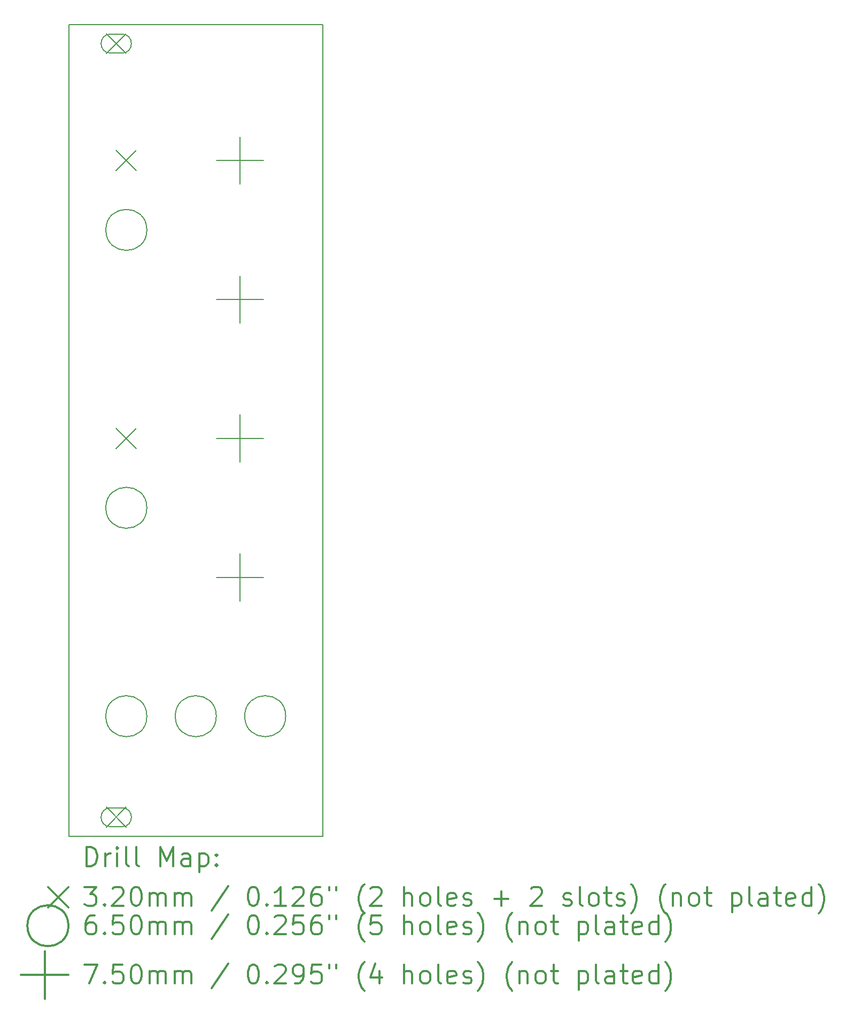
<source format=gbr>
%FSLAX45Y45*%
G04 Gerber Fmt 4.5, Leading zero omitted, Abs format (unit mm)*
G04 Created by KiCad (PCBNEW (5.0.0-rc2)) date Wed Jul  8 18:30:52 2020*
%MOMM*%
%LPD*%
G01*
G04 APERTURE LIST*
%ADD10C,0.150000*%
%ADD11C,0.200000*%
%ADD12C,0.300000*%
G04 APERTURE END LIST*
D10*
X0Y12850000D02*
X0Y0D01*
X4020000Y12850000D02*
X0Y12850000D01*
X4020000Y0D02*
X4020000Y12850000D01*
X0Y0D02*
X4020000Y0D01*
D11*
X750000Y6460000D02*
X1070000Y6140000D01*
X1070000Y6460000D02*
X750000Y6140000D01*
X750000Y10860000D02*
X1070000Y10540000D01*
X1070000Y10860000D02*
X750000Y10540000D01*
X590000Y12710000D02*
X910000Y12390000D01*
X910000Y12710000D02*
X590000Y12390000D01*
X660000Y12400000D02*
X840000Y12400000D01*
X660000Y12700000D02*
X840000Y12700000D01*
X840000Y12400000D02*
G75*
G03X840000Y12700000I0J150000D01*
G01*
X660000Y12700000D02*
G75*
G03X660000Y12400000I0J-150000D01*
G01*
X590000Y460000D02*
X910000Y140000D01*
X910000Y460000D02*
X590000Y140000D01*
X660000Y150000D02*
X840000Y150000D01*
X660000Y450000D02*
X840000Y450000D01*
X840000Y150000D02*
G75*
G03X840000Y450000I0J150000D01*
G01*
X660000Y450000D02*
G75*
G03X660000Y150000I0J-150000D01*
G01*
X1235000Y5200000D02*
G75*
G03X1235000Y5200000I-325000J0D01*
G01*
X1235000Y9600000D02*
G75*
G03X1235000Y9600000I-325000J0D01*
G01*
X2335000Y1900000D02*
G75*
G03X2335000Y1900000I-325000J0D01*
G01*
X1235000Y1900000D02*
G75*
G03X1235000Y1900000I-325000J0D01*
G01*
X3435000Y1900000D02*
G75*
G03X3435000Y1900000I-325000J0D01*
G01*
X2710000Y6675000D02*
X2710000Y5925000D01*
X2335000Y6300000D02*
X3085000Y6300000D01*
X2710000Y4475000D02*
X2710000Y3725000D01*
X2335000Y4100000D02*
X3085000Y4100000D01*
X2710000Y8875000D02*
X2710000Y8125000D01*
X2335000Y8500000D02*
X3085000Y8500000D01*
X2710000Y11075000D02*
X2710000Y10325000D01*
X2335000Y10700000D02*
X3085000Y10700000D01*
D12*
X278928Y-473214D02*
X278928Y-173214D01*
X350357Y-173214D01*
X393214Y-187500D01*
X421786Y-216071D01*
X436071Y-244643D01*
X450357Y-301786D01*
X450357Y-344643D01*
X436071Y-401786D01*
X421786Y-430357D01*
X393214Y-458929D01*
X350357Y-473214D01*
X278928Y-473214D01*
X578928Y-473214D02*
X578928Y-273214D01*
X578928Y-330357D02*
X593214Y-301786D01*
X607500Y-287500D01*
X636071Y-273214D01*
X664643Y-273214D01*
X764643Y-473214D02*
X764643Y-273214D01*
X764643Y-173214D02*
X750357Y-187500D01*
X764643Y-201786D01*
X778928Y-187500D01*
X764643Y-173214D01*
X764643Y-201786D01*
X950357Y-473214D02*
X921786Y-458929D01*
X907500Y-430357D01*
X907500Y-173214D01*
X1107500Y-473214D02*
X1078928Y-458929D01*
X1064643Y-430357D01*
X1064643Y-173214D01*
X1450357Y-473214D02*
X1450357Y-173214D01*
X1550357Y-387500D01*
X1650357Y-173214D01*
X1650357Y-473214D01*
X1921786Y-473214D02*
X1921786Y-316072D01*
X1907500Y-287500D01*
X1878928Y-273214D01*
X1821786Y-273214D01*
X1793214Y-287500D01*
X1921786Y-458929D02*
X1893214Y-473214D01*
X1821786Y-473214D01*
X1793214Y-458929D01*
X1778928Y-430357D01*
X1778928Y-401786D01*
X1793214Y-373214D01*
X1821786Y-358929D01*
X1893214Y-358929D01*
X1921786Y-344643D01*
X2064643Y-273214D02*
X2064643Y-573214D01*
X2064643Y-287500D02*
X2093214Y-273214D01*
X2150357Y-273214D01*
X2178928Y-287500D01*
X2193214Y-301786D01*
X2207500Y-330357D01*
X2207500Y-416071D01*
X2193214Y-444643D01*
X2178928Y-458929D01*
X2150357Y-473214D01*
X2093214Y-473214D01*
X2064643Y-458929D01*
X2336071Y-444643D02*
X2350357Y-458929D01*
X2336071Y-473214D01*
X2321786Y-458929D01*
X2336071Y-444643D01*
X2336071Y-473214D01*
X2336071Y-287500D02*
X2350357Y-301786D01*
X2336071Y-316072D01*
X2321786Y-301786D01*
X2336071Y-287500D01*
X2336071Y-316072D01*
X-327500Y-807500D02*
X-7500Y-1127500D01*
X-7500Y-807500D02*
X-327500Y-1127500D01*
X250357Y-803214D02*
X436071Y-803214D01*
X336071Y-917500D01*
X378928Y-917500D01*
X407500Y-931786D01*
X421786Y-946071D01*
X436071Y-974643D01*
X436071Y-1046071D01*
X421786Y-1074643D01*
X407500Y-1088929D01*
X378928Y-1103214D01*
X293214Y-1103214D01*
X264643Y-1088929D01*
X250357Y-1074643D01*
X564643Y-1074643D02*
X578928Y-1088929D01*
X564643Y-1103214D01*
X550357Y-1088929D01*
X564643Y-1074643D01*
X564643Y-1103214D01*
X693214Y-831786D02*
X707500Y-817500D01*
X736071Y-803214D01*
X807500Y-803214D01*
X836071Y-817500D01*
X850357Y-831786D01*
X864643Y-860357D01*
X864643Y-888929D01*
X850357Y-931786D01*
X678928Y-1103214D01*
X864643Y-1103214D01*
X1050357Y-803214D02*
X1078928Y-803214D01*
X1107500Y-817500D01*
X1121786Y-831786D01*
X1136071Y-860357D01*
X1150357Y-917500D01*
X1150357Y-988929D01*
X1136071Y-1046071D01*
X1121786Y-1074643D01*
X1107500Y-1088929D01*
X1078928Y-1103214D01*
X1050357Y-1103214D01*
X1021786Y-1088929D01*
X1007500Y-1074643D01*
X993214Y-1046071D01*
X978928Y-988929D01*
X978928Y-917500D01*
X993214Y-860357D01*
X1007500Y-831786D01*
X1021786Y-817500D01*
X1050357Y-803214D01*
X1278928Y-1103214D02*
X1278928Y-903214D01*
X1278928Y-931786D02*
X1293214Y-917500D01*
X1321786Y-903214D01*
X1364643Y-903214D01*
X1393214Y-917500D01*
X1407500Y-946071D01*
X1407500Y-1103214D01*
X1407500Y-946071D02*
X1421786Y-917500D01*
X1450357Y-903214D01*
X1493214Y-903214D01*
X1521786Y-917500D01*
X1536071Y-946071D01*
X1536071Y-1103214D01*
X1678928Y-1103214D02*
X1678928Y-903214D01*
X1678928Y-931786D02*
X1693214Y-917500D01*
X1721786Y-903214D01*
X1764643Y-903214D01*
X1793214Y-917500D01*
X1807500Y-946071D01*
X1807500Y-1103214D01*
X1807500Y-946071D02*
X1821786Y-917500D01*
X1850357Y-903214D01*
X1893214Y-903214D01*
X1921786Y-917500D01*
X1936071Y-946071D01*
X1936071Y-1103214D01*
X2521786Y-788929D02*
X2264643Y-1174643D01*
X2907500Y-803214D02*
X2936071Y-803214D01*
X2964643Y-817500D01*
X2978928Y-831786D01*
X2993214Y-860357D01*
X3007500Y-917500D01*
X3007500Y-988929D01*
X2993214Y-1046071D01*
X2978928Y-1074643D01*
X2964643Y-1088929D01*
X2936071Y-1103214D01*
X2907500Y-1103214D01*
X2878928Y-1088929D01*
X2864643Y-1074643D01*
X2850357Y-1046071D01*
X2836071Y-988929D01*
X2836071Y-917500D01*
X2850357Y-860357D01*
X2864643Y-831786D01*
X2878928Y-817500D01*
X2907500Y-803214D01*
X3136071Y-1074643D02*
X3150357Y-1088929D01*
X3136071Y-1103214D01*
X3121786Y-1088929D01*
X3136071Y-1074643D01*
X3136071Y-1103214D01*
X3436071Y-1103214D02*
X3264643Y-1103214D01*
X3350357Y-1103214D02*
X3350357Y-803214D01*
X3321786Y-846071D01*
X3293214Y-874643D01*
X3264643Y-888929D01*
X3550357Y-831786D02*
X3564643Y-817500D01*
X3593214Y-803214D01*
X3664643Y-803214D01*
X3693214Y-817500D01*
X3707500Y-831786D01*
X3721786Y-860357D01*
X3721786Y-888929D01*
X3707500Y-931786D01*
X3536071Y-1103214D01*
X3721786Y-1103214D01*
X3978928Y-803214D02*
X3921786Y-803214D01*
X3893214Y-817500D01*
X3878928Y-831786D01*
X3850357Y-874643D01*
X3836071Y-931786D01*
X3836071Y-1046071D01*
X3850357Y-1074643D01*
X3864643Y-1088929D01*
X3893214Y-1103214D01*
X3950357Y-1103214D01*
X3978928Y-1088929D01*
X3993214Y-1074643D01*
X4007500Y-1046071D01*
X4007500Y-974643D01*
X3993214Y-946071D01*
X3978928Y-931786D01*
X3950357Y-917500D01*
X3893214Y-917500D01*
X3864643Y-931786D01*
X3850357Y-946071D01*
X3836071Y-974643D01*
X4121786Y-803214D02*
X4121786Y-860357D01*
X4236071Y-803214D02*
X4236071Y-860357D01*
X4678928Y-1217500D02*
X4664643Y-1203214D01*
X4636071Y-1160357D01*
X4621786Y-1131786D01*
X4607500Y-1088929D01*
X4593214Y-1017500D01*
X4593214Y-960357D01*
X4607500Y-888929D01*
X4621786Y-846071D01*
X4636071Y-817500D01*
X4664643Y-774643D01*
X4678928Y-760357D01*
X4778928Y-831786D02*
X4793214Y-817500D01*
X4821786Y-803214D01*
X4893214Y-803214D01*
X4921786Y-817500D01*
X4936071Y-831786D01*
X4950357Y-860357D01*
X4950357Y-888929D01*
X4936071Y-931786D01*
X4764643Y-1103214D01*
X4950357Y-1103214D01*
X5307500Y-1103214D02*
X5307500Y-803214D01*
X5436071Y-1103214D02*
X5436071Y-946071D01*
X5421786Y-917500D01*
X5393214Y-903214D01*
X5350357Y-903214D01*
X5321786Y-917500D01*
X5307500Y-931786D01*
X5621786Y-1103214D02*
X5593214Y-1088929D01*
X5578928Y-1074643D01*
X5564643Y-1046071D01*
X5564643Y-960357D01*
X5578928Y-931786D01*
X5593214Y-917500D01*
X5621786Y-903214D01*
X5664643Y-903214D01*
X5693214Y-917500D01*
X5707500Y-931786D01*
X5721786Y-960357D01*
X5721786Y-1046071D01*
X5707500Y-1074643D01*
X5693214Y-1088929D01*
X5664643Y-1103214D01*
X5621786Y-1103214D01*
X5893214Y-1103214D02*
X5864643Y-1088929D01*
X5850357Y-1060357D01*
X5850357Y-803214D01*
X6121786Y-1088929D02*
X6093214Y-1103214D01*
X6036071Y-1103214D01*
X6007500Y-1088929D01*
X5993214Y-1060357D01*
X5993214Y-946071D01*
X6007500Y-917500D01*
X6036071Y-903214D01*
X6093214Y-903214D01*
X6121786Y-917500D01*
X6136071Y-946071D01*
X6136071Y-974643D01*
X5993214Y-1003214D01*
X6250357Y-1088929D02*
X6278928Y-1103214D01*
X6336071Y-1103214D01*
X6364643Y-1088929D01*
X6378928Y-1060357D01*
X6378928Y-1046071D01*
X6364643Y-1017500D01*
X6336071Y-1003214D01*
X6293214Y-1003214D01*
X6264643Y-988929D01*
X6250357Y-960357D01*
X6250357Y-946071D01*
X6264643Y-917500D01*
X6293214Y-903214D01*
X6336071Y-903214D01*
X6364643Y-917500D01*
X6736071Y-988929D02*
X6964643Y-988929D01*
X6850357Y-1103214D02*
X6850357Y-874643D01*
X7321786Y-831786D02*
X7336071Y-817500D01*
X7364643Y-803214D01*
X7436071Y-803214D01*
X7464643Y-817500D01*
X7478928Y-831786D01*
X7493214Y-860357D01*
X7493214Y-888929D01*
X7478928Y-931786D01*
X7307500Y-1103214D01*
X7493214Y-1103214D01*
X7836071Y-1088929D02*
X7864643Y-1103214D01*
X7921786Y-1103214D01*
X7950357Y-1088929D01*
X7964643Y-1060357D01*
X7964643Y-1046071D01*
X7950357Y-1017500D01*
X7921786Y-1003214D01*
X7878928Y-1003214D01*
X7850357Y-988929D01*
X7836071Y-960357D01*
X7836071Y-946071D01*
X7850357Y-917500D01*
X7878928Y-903214D01*
X7921786Y-903214D01*
X7950357Y-917500D01*
X8136071Y-1103214D02*
X8107500Y-1088929D01*
X8093214Y-1060357D01*
X8093214Y-803214D01*
X8293214Y-1103214D02*
X8264643Y-1088929D01*
X8250357Y-1074643D01*
X8236071Y-1046071D01*
X8236071Y-960357D01*
X8250357Y-931786D01*
X8264643Y-917500D01*
X8293214Y-903214D01*
X8336071Y-903214D01*
X8364643Y-917500D01*
X8378928Y-931786D01*
X8393214Y-960357D01*
X8393214Y-1046071D01*
X8378928Y-1074643D01*
X8364643Y-1088929D01*
X8336071Y-1103214D01*
X8293214Y-1103214D01*
X8478928Y-903214D02*
X8593214Y-903214D01*
X8521786Y-803214D02*
X8521786Y-1060357D01*
X8536071Y-1088929D01*
X8564643Y-1103214D01*
X8593214Y-1103214D01*
X8678928Y-1088929D02*
X8707500Y-1103214D01*
X8764643Y-1103214D01*
X8793214Y-1088929D01*
X8807500Y-1060357D01*
X8807500Y-1046071D01*
X8793214Y-1017500D01*
X8764643Y-1003214D01*
X8721786Y-1003214D01*
X8693214Y-988929D01*
X8678928Y-960357D01*
X8678928Y-946071D01*
X8693214Y-917500D01*
X8721786Y-903214D01*
X8764643Y-903214D01*
X8793214Y-917500D01*
X8907500Y-1217500D02*
X8921786Y-1203214D01*
X8950357Y-1160357D01*
X8964643Y-1131786D01*
X8978928Y-1088929D01*
X8993214Y-1017500D01*
X8993214Y-960357D01*
X8978928Y-888929D01*
X8964643Y-846071D01*
X8950357Y-817500D01*
X8921786Y-774643D01*
X8907500Y-760357D01*
X9450357Y-1217500D02*
X9436071Y-1203214D01*
X9407500Y-1160357D01*
X9393214Y-1131786D01*
X9378928Y-1088929D01*
X9364643Y-1017500D01*
X9364643Y-960357D01*
X9378928Y-888929D01*
X9393214Y-846071D01*
X9407500Y-817500D01*
X9436071Y-774643D01*
X9450357Y-760357D01*
X9564643Y-903214D02*
X9564643Y-1103214D01*
X9564643Y-931786D02*
X9578928Y-917500D01*
X9607500Y-903214D01*
X9650357Y-903214D01*
X9678928Y-917500D01*
X9693214Y-946071D01*
X9693214Y-1103214D01*
X9878928Y-1103214D02*
X9850357Y-1088929D01*
X9836071Y-1074643D01*
X9821786Y-1046071D01*
X9821786Y-960357D01*
X9836071Y-931786D01*
X9850357Y-917500D01*
X9878928Y-903214D01*
X9921786Y-903214D01*
X9950357Y-917500D01*
X9964643Y-931786D01*
X9978928Y-960357D01*
X9978928Y-1046071D01*
X9964643Y-1074643D01*
X9950357Y-1088929D01*
X9921786Y-1103214D01*
X9878928Y-1103214D01*
X10064643Y-903214D02*
X10178928Y-903214D01*
X10107500Y-803214D02*
X10107500Y-1060357D01*
X10121786Y-1088929D01*
X10150357Y-1103214D01*
X10178928Y-1103214D01*
X10507500Y-903214D02*
X10507500Y-1203214D01*
X10507500Y-917500D02*
X10536071Y-903214D01*
X10593214Y-903214D01*
X10621786Y-917500D01*
X10636071Y-931786D01*
X10650357Y-960357D01*
X10650357Y-1046071D01*
X10636071Y-1074643D01*
X10621786Y-1088929D01*
X10593214Y-1103214D01*
X10536071Y-1103214D01*
X10507500Y-1088929D01*
X10821786Y-1103214D02*
X10793214Y-1088929D01*
X10778928Y-1060357D01*
X10778928Y-803214D01*
X11064643Y-1103214D02*
X11064643Y-946071D01*
X11050357Y-917500D01*
X11021786Y-903214D01*
X10964643Y-903214D01*
X10936071Y-917500D01*
X11064643Y-1088929D02*
X11036071Y-1103214D01*
X10964643Y-1103214D01*
X10936071Y-1088929D01*
X10921786Y-1060357D01*
X10921786Y-1031786D01*
X10936071Y-1003214D01*
X10964643Y-988929D01*
X11036071Y-988929D01*
X11064643Y-974643D01*
X11164643Y-903214D02*
X11278928Y-903214D01*
X11207500Y-803214D02*
X11207500Y-1060357D01*
X11221786Y-1088929D01*
X11250357Y-1103214D01*
X11278928Y-1103214D01*
X11493214Y-1088929D02*
X11464643Y-1103214D01*
X11407500Y-1103214D01*
X11378928Y-1088929D01*
X11364643Y-1060357D01*
X11364643Y-946071D01*
X11378928Y-917500D01*
X11407500Y-903214D01*
X11464643Y-903214D01*
X11493214Y-917500D01*
X11507500Y-946071D01*
X11507500Y-974643D01*
X11364643Y-1003214D01*
X11764643Y-1103214D02*
X11764643Y-803214D01*
X11764643Y-1088929D02*
X11736071Y-1103214D01*
X11678928Y-1103214D01*
X11650357Y-1088929D01*
X11636071Y-1074643D01*
X11621786Y-1046071D01*
X11621786Y-960357D01*
X11636071Y-931786D01*
X11650357Y-917500D01*
X11678928Y-903214D01*
X11736071Y-903214D01*
X11764643Y-917500D01*
X11878928Y-1217500D02*
X11893214Y-1203214D01*
X11921786Y-1160357D01*
X11936071Y-1131786D01*
X11950357Y-1088929D01*
X11964643Y-1017500D01*
X11964643Y-960357D01*
X11950357Y-888929D01*
X11936071Y-846071D01*
X11921786Y-817500D01*
X11893214Y-774643D01*
X11878928Y-760357D01*
X-7500Y-1417500D02*
G75*
G03X-7500Y-1417500I-325000J0D01*
G01*
X407500Y-1253214D02*
X350357Y-1253214D01*
X321786Y-1267500D01*
X307500Y-1281786D01*
X278928Y-1324643D01*
X264643Y-1381786D01*
X264643Y-1496071D01*
X278928Y-1524643D01*
X293214Y-1538929D01*
X321786Y-1553214D01*
X378928Y-1553214D01*
X407500Y-1538929D01*
X421786Y-1524643D01*
X436071Y-1496071D01*
X436071Y-1424643D01*
X421786Y-1396072D01*
X407500Y-1381786D01*
X378928Y-1367500D01*
X321786Y-1367500D01*
X293214Y-1381786D01*
X278928Y-1396072D01*
X264643Y-1424643D01*
X564643Y-1524643D02*
X578928Y-1538929D01*
X564643Y-1553214D01*
X550357Y-1538929D01*
X564643Y-1524643D01*
X564643Y-1553214D01*
X850357Y-1253214D02*
X707500Y-1253214D01*
X693214Y-1396072D01*
X707500Y-1381786D01*
X736071Y-1367500D01*
X807500Y-1367500D01*
X836071Y-1381786D01*
X850357Y-1396072D01*
X864643Y-1424643D01*
X864643Y-1496071D01*
X850357Y-1524643D01*
X836071Y-1538929D01*
X807500Y-1553214D01*
X736071Y-1553214D01*
X707500Y-1538929D01*
X693214Y-1524643D01*
X1050357Y-1253214D02*
X1078928Y-1253214D01*
X1107500Y-1267500D01*
X1121786Y-1281786D01*
X1136071Y-1310357D01*
X1150357Y-1367500D01*
X1150357Y-1438929D01*
X1136071Y-1496071D01*
X1121786Y-1524643D01*
X1107500Y-1538929D01*
X1078928Y-1553214D01*
X1050357Y-1553214D01*
X1021786Y-1538929D01*
X1007500Y-1524643D01*
X993214Y-1496071D01*
X978928Y-1438929D01*
X978928Y-1367500D01*
X993214Y-1310357D01*
X1007500Y-1281786D01*
X1021786Y-1267500D01*
X1050357Y-1253214D01*
X1278928Y-1553214D02*
X1278928Y-1353214D01*
X1278928Y-1381786D02*
X1293214Y-1367500D01*
X1321786Y-1353214D01*
X1364643Y-1353214D01*
X1393214Y-1367500D01*
X1407500Y-1396072D01*
X1407500Y-1553214D01*
X1407500Y-1396072D02*
X1421786Y-1367500D01*
X1450357Y-1353214D01*
X1493214Y-1353214D01*
X1521786Y-1367500D01*
X1536071Y-1396072D01*
X1536071Y-1553214D01*
X1678928Y-1553214D02*
X1678928Y-1353214D01*
X1678928Y-1381786D02*
X1693214Y-1367500D01*
X1721786Y-1353214D01*
X1764643Y-1353214D01*
X1793214Y-1367500D01*
X1807500Y-1396072D01*
X1807500Y-1553214D01*
X1807500Y-1396072D02*
X1821786Y-1367500D01*
X1850357Y-1353214D01*
X1893214Y-1353214D01*
X1921786Y-1367500D01*
X1936071Y-1396072D01*
X1936071Y-1553214D01*
X2521786Y-1238929D02*
X2264643Y-1624643D01*
X2907500Y-1253214D02*
X2936071Y-1253214D01*
X2964643Y-1267500D01*
X2978928Y-1281786D01*
X2993214Y-1310357D01*
X3007500Y-1367500D01*
X3007500Y-1438929D01*
X2993214Y-1496071D01*
X2978928Y-1524643D01*
X2964643Y-1538929D01*
X2936071Y-1553214D01*
X2907500Y-1553214D01*
X2878928Y-1538929D01*
X2864643Y-1524643D01*
X2850357Y-1496071D01*
X2836071Y-1438929D01*
X2836071Y-1367500D01*
X2850357Y-1310357D01*
X2864643Y-1281786D01*
X2878928Y-1267500D01*
X2907500Y-1253214D01*
X3136071Y-1524643D02*
X3150357Y-1538929D01*
X3136071Y-1553214D01*
X3121786Y-1538929D01*
X3136071Y-1524643D01*
X3136071Y-1553214D01*
X3264643Y-1281786D02*
X3278928Y-1267500D01*
X3307500Y-1253214D01*
X3378928Y-1253214D01*
X3407500Y-1267500D01*
X3421786Y-1281786D01*
X3436071Y-1310357D01*
X3436071Y-1338929D01*
X3421786Y-1381786D01*
X3250357Y-1553214D01*
X3436071Y-1553214D01*
X3707500Y-1253214D02*
X3564643Y-1253214D01*
X3550357Y-1396072D01*
X3564643Y-1381786D01*
X3593214Y-1367500D01*
X3664643Y-1367500D01*
X3693214Y-1381786D01*
X3707500Y-1396072D01*
X3721786Y-1424643D01*
X3721786Y-1496071D01*
X3707500Y-1524643D01*
X3693214Y-1538929D01*
X3664643Y-1553214D01*
X3593214Y-1553214D01*
X3564643Y-1538929D01*
X3550357Y-1524643D01*
X3978928Y-1253214D02*
X3921786Y-1253214D01*
X3893214Y-1267500D01*
X3878928Y-1281786D01*
X3850357Y-1324643D01*
X3836071Y-1381786D01*
X3836071Y-1496071D01*
X3850357Y-1524643D01*
X3864643Y-1538929D01*
X3893214Y-1553214D01*
X3950357Y-1553214D01*
X3978928Y-1538929D01*
X3993214Y-1524643D01*
X4007500Y-1496071D01*
X4007500Y-1424643D01*
X3993214Y-1396072D01*
X3978928Y-1381786D01*
X3950357Y-1367500D01*
X3893214Y-1367500D01*
X3864643Y-1381786D01*
X3850357Y-1396072D01*
X3836071Y-1424643D01*
X4121786Y-1253214D02*
X4121786Y-1310357D01*
X4236071Y-1253214D02*
X4236071Y-1310357D01*
X4678928Y-1667500D02*
X4664643Y-1653214D01*
X4636071Y-1610357D01*
X4621786Y-1581786D01*
X4607500Y-1538929D01*
X4593214Y-1467500D01*
X4593214Y-1410357D01*
X4607500Y-1338929D01*
X4621786Y-1296072D01*
X4636071Y-1267500D01*
X4664643Y-1224643D01*
X4678928Y-1210357D01*
X4936071Y-1253214D02*
X4793214Y-1253214D01*
X4778928Y-1396072D01*
X4793214Y-1381786D01*
X4821786Y-1367500D01*
X4893214Y-1367500D01*
X4921786Y-1381786D01*
X4936071Y-1396072D01*
X4950357Y-1424643D01*
X4950357Y-1496071D01*
X4936071Y-1524643D01*
X4921786Y-1538929D01*
X4893214Y-1553214D01*
X4821786Y-1553214D01*
X4793214Y-1538929D01*
X4778928Y-1524643D01*
X5307500Y-1553214D02*
X5307500Y-1253214D01*
X5436071Y-1553214D02*
X5436071Y-1396072D01*
X5421786Y-1367500D01*
X5393214Y-1353214D01*
X5350357Y-1353214D01*
X5321786Y-1367500D01*
X5307500Y-1381786D01*
X5621786Y-1553214D02*
X5593214Y-1538929D01*
X5578928Y-1524643D01*
X5564643Y-1496071D01*
X5564643Y-1410357D01*
X5578928Y-1381786D01*
X5593214Y-1367500D01*
X5621786Y-1353214D01*
X5664643Y-1353214D01*
X5693214Y-1367500D01*
X5707500Y-1381786D01*
X5721786Y-1410357D01*
X5721786Y-1496071D01*
X5707500Y-1524643D01*
X5693214Y-1538929D01*
X5664643Y-1553214D01*
X5621786Y-1553214D01*
X5893214Y-1553214D02*
X5864643Y-1538929D01*
X5850357Y-1510357D01*
X5850357Y-1253214D01*
X6121786Y-1538929D02*
X6093214Y-1553214D01*
X6036071Y-1553214D01*
X6007500Y-1538929D01*
X5993214Y-1510357D01*
X5993214Y-1396072D01*
X6007500Y-1367500D01*
X6036071Y-1353214D01*
X6093214Y-1353214D01*
X6121786Y-1367500D01*
X6136071Y-1396072D01*
X6136071Y-1424643D01*
X5993214Y-1453214D01*
X6250357Y-1538929D02*
X6278928Y-1553214D01*
X6336071Y-1553214D01*
X6364643Y-1538929D01*
X6378928Y-1510357D01*
X6378928Y-1496071D01*
X6364643Y-1467500D01*
X6336071Y-1453214D01*
X6293214Y-1453214D01*
X6264643Y-1438929D01*
X6250357Y-1410357D01*
X6250357Y-1396072D01*
X6264643Y-1367500D01*
X6293214Y-1353214D01*
X6336071Y-1353214D01*
X6364643Y-1367500D01*
X6478928Y-1667500D02*
X6493214Y-1653214D01*
X6521786Y-1610357D01*
X6536071Y-1581786D01*
X6550357Y-1538929D01*
X6564643Y-1467500D01*
X6564643Y-1410357D01*
X6550357Y-1338929D01*
X6536071Y-1296072D01*
X6521786Y-1267500D01*
X6493214Y-1224643D01*
X6478928Y-1210357D01*
X7021786Y-1667500D02*
X7007500Y-1653214D01*
X6978928Y-1610357D01*
X6964643Y-1581786D01*
X6950357Y-1538929D01*
X6936071Y-1467500D01*
X6936071Y-1410357D01*
X6950357Y-1338929D01*
X6964643Y-1296072D01*
X6978928Y-1267500D01*
X7007500Y-1224643D01*
X7021786Y-1210357D01*
X7136071Y-1353214D02*
X7136071Y-1553214D01*
X7136071Y-1381786D02*
X7150357Y-1367500D01*
X7178928Y-1353214D01*
X7221786Y-1353214D01*
X7250357Y-1367500D01*
X7264643Y-1396072D01*
X7264643Y-1553214D01*
X7450357Y-1553214D02*
X7421786Y-1538929D01*
X7407500Y-1524643D01*
X7393214Y-1496071D01*
X7393214Y-1410357D01*
X7407500Y-1381786D01*
X7421786Y-1367500D01*
X7450357Y-1353214D01*
X7493214Y-1353214D01*
X7521786Y-1367500D01*
X7536071Y-1381786D01*
X7550357Y-1410357D01*
X7550357Y-1496071D01*
X7536071Y-1524643D01*
X7521786Y-1538929D01*
X7493214Y-1553214D01*
X7450357Y-1553214D01*
X7636071Y-1353214D02*
X7750357Y-1353214D01*
X7678928Y-1253214D02*
X7678928Y-1510357D01*
X7693214Y-1538929D01*
X7721786Y-1553214D01*
X7750357Y-1553214D01*
X8078928Y-1353214D02*
X8078928Y-1653214D01*
X8078928Y-1367500D02*
X8107500Y-1353214D01*
X8164643Y-1353214D01*
X8193214Y-1367500D01*
X8207500Y-1381786D01*
X8221786Y-1410357D01*
X8221786Y-1496071D01*
X8207500Y-1524643D01*
X8193214Y-1538929D01*
X8164643Y-1553214D01*
X8107500Y-1553214D01*
X8078928Y-1538929D01*
X8393214Y-1553214D02*
X8364643Y-1538929D01*
X8350357Y-1510357D01*
X8350357Y-1253214D01*
X8636071Y-1553214D02*
X8636071Y-1396072D01*
X8621786Y-1367500D01*
X8593214Y-1353214D01*
X8536071Y-1353214D01*
X8507500Y-1367500D01*
X8636071Y-1538929D02*
X8607500Y-1553214D01*
X8536071Y-1553214D01*
X8507500Y-1538929D01*
X8493214Y-1510357D01*
X8493214Y-1481786D01*
X8507500Y-1453214D01*
X8536071Y-1438929D01*
X8607500Y-1438929D01*
X8636071Y-1424643D01*
X8736071Y-1353214D02*
X8850357Y-1353214D01*
X8778928Y-1253214D02*
X8778928Y-1510357D01*
X8793214Y-1538929D01*
X8821786Y-1553214D01*
X8850357Y-1553214D01*
X9064643Y-1538929D02*
X9036071Y-1553214D01*
X8978928Y-1553214D01*
X8950357Y-1538929D01*
X8936071Y-1510357D01*
X8936071Y-1396072D01*
X8950357Y-1367500D01*
X8978928Y-1353214D01*
X9036071Y-1353214D01*
X9064643Y-1367500D01*
X9078928Y-1396072D01*
X9078928Y-1424643D01*
X8936071Y-1453214D01*
X9336071Y-1553214D02*
X9336071Y-1253214D01*
X9336071Y-1538929D02*
X9307500Y-1553214D01*
X9250357Y-1553214D01*
X9221786Y-1538929D01*
X9207500Y-1524643D01*
X9193214Y-1496071D01*
X9193214Y-1410357D01*
X9207500Y-1381786D01*
X9221786Y-1367500D01*
X9250357Y-1353214D01*
X9307500Y-1353214D01*
X9336071Y-1367500D01*
X9450357Y-1667500D02*
X9464643Y-1653214D01*
X9493214Y-1610357D01*
X9507500Y-1581786D01*
X9521786Y-1538929D01*
X9536071Y-1467500D01*
X9536071Y-1410357D01*
X9521786Y-1338929D01*
X9507500Y-1296072D01*
X9493214Y-1267500D01*
X9464643Y-1224643D01*
X9450357Y-1210357D01*
X-382500Y-1822500D02*
X-382500Y-2572500D01*
X-757500Y-2197500D02*
X-7500Y-2197500D01*
X250357Y-2033214D02*
X450357Y-2033214D01*
X321786Y-2333214D01*
X564643Y-2304643D02*
X578928Y-2318929D01*
X564643Y-2333214D01*
X550357Y-2318929D01*
X564643Y-2304643D01*
X564643Y-2333214D01*
X850357Y-2033214D02*
X707500Y-2033214D01*
X693214Y-2176072D01*
X707500Y-2161786D01*
X736071Y-2147500D01*
X807500Y-2147500D01*
X836071Y-2161786D01*
X850357Y-2176072D01*
X864643Y-2204643D01*
X864643Y-2276072D01*
X850357Y-2304643D01*
X836071Y-2318929D01*
X807500Y-2333214D01*
X736071Y-2333214D01*
X707500Y-2318929D01*
X693214Y-2304643D01*
X1050357Y-2033214D02*
X1078928Y-2033214D01*
X1107500Y-2047500D01*
X1121786Y-2061786D01*
X1136071Y-2090357D01*
X1150357Y-2147500D01*
X1150357Y-2218929D01*
X1136071Y-2276072D01*
X1121786Y-2304643D01*
X1107500Y-2318929D01*
X1078928Y-2333214D01*
X1050357Y-2333214D01*
X1021786Y-2318929D01*
X1007500Y-2304643D01*
X993214Y-2276072D01*
X978928Y-2218929D01*
X978928Y-2147500D01*
X993214Y-2090357D01*
X1007500Y-2061786D01*
X1021786Y-2047500D01*
X1050357Y-2033214D01*
X1278928Y-2333214D02*
X1278928Y-2133214D01*
X1278928Y-2161786D02*
X1293214Y-2147500D01*
X1321786Y-2133214D01*
X1364643Y-2133214D01*
X1393214Y-2147500D01*
X1407500Y-2176072D01*
X1407500Y-2333214D01*
X1407500Y-2176072D02*
X1421786Y-2147500D01*
X1450357Y-2133214D01*
X1493214Y-2133214D01*
X1521786Y-2147500D01*
X1536071Y-2176072D01*
X1536071Y-2333214D01*
X1678928Y-2333214D02*
X1678928Y-2133214D01*
X1678928Y-2161786D02*
X1693214Y-2147500D01*
X1721786Y-2133214D01*
X1764643Y-2133214D01*
X1793214Y-2147500D01*
X1807500Y-2176072D01*
X1807500Y-2333214D01*
X1807500Y-2176072D02*
X1821786Y-2147500D01*
X1850357Y-2133214D01*
X1893214Y-2133214D01*
X1921786Y-2147500D01*
X1936071Y-2176072D01*
X1936071Y-2333214D01*
X2521786Y-2018929D02*
X2264643Y-2404643D01*
X2907500Y-2033214D02*
X2936071Y-2033214D01*
X2964643Y-2047500D01*
X2978928Y-2061786D01*
X2993214Y-2090357D01*
X3007500Y-2147500D01*
X3007500Y-2218929D01*
X2993214Y-2276072D01*
X2978928Y-2304643D01*
X2964643Y-2318929D01*
X2936071Y-2333214D01*
X2907500Y-2333214D01*
X2878928Y-2318929D01*
X2864643Y-2304643D01*
X2850357Y-2276072D01*
X2836071Y-2218929D01*
X2836071Y-2147500D01*
X2850357Y-2090357D01*
X2864643Y-2061786D01*
X2878928Y-2047500D01*
X2907500Y-2033214D01*
X3136071Y-2304643D02*
X3150357Y-2318929D01*
X3136071Y-2333214D01*
X3121786Y-2318929D01*
X3136071Y-2304643D01*
X3136071Y-2333214D01*
X3264643Y-2061786D02*
X3278928Y-2047500D01*
X3307500Y-2033214D01*
X3378928Y-2033214D01*
X3407500Y-2047500D01*
X3421786Y-2061786D01*
X3436071Y-2090357D01*
X3436071Y-2118929D01*
X3421786Y-2161786D01*
X3250357Y-2333214D01*
X3436071Y-2333214D01*
X3578928Y-2333214D02*
X3636071Y-2333214D01*
X3664643Y-2318929D01*
X3678928Y-2304643D01*
X3707500Y-2261786D01*
X3721786Y-2204643D01*
X3721786Y-2090357D01*
X3707500Y-2061786D01*
X3693214Y-2047500D01*
X3664643Y-2033214D01*
X3607500Y-2033214D01*
X3578928Y-2047500D01*
X3564643Y-2061786D01*
X3550357Y-2090357D01*
X3550357Y-2161786D01*
X3564643Y-2190357D01*
X3578928Y-2204643D01*
X3607500Y-2218929D01*
X3664643Y-2218929D01*
X3693214Y-2204643D01*
X3707500Y-2190357D01*
X3721786Y-2161786D01*
X3993214Y-2033214D02*
X3850357Y-2033214D01*
X3836071Y-2176072D01*
X3850357Y-2161786D01*
X3878928Y-2147500D01*
X3950357Y-2147500D01*
X3978928Y-2161786D01*
X3993214Y-2176072D01*
X4007500Y-2204643D01*
X4007500Y-2276072D01*
X3993214Y-2304643D01*
X3978928Y-2318929D01*
X3950357Y-2333214D01*
X3878928Y-2333214D01*
X3850357Y-2318929D01*
X3836071Y-2304643D01*
X4121786Y-2033214D02*
X4121786Y-2090357D01*
X4236071Y-2033214D02*
X4236071Y-2090357D01*
X4678928Y-2447500D02*
X4664643Y-2433214D01*
X4636071Y-2390357D01*
X4621786Y-2361786D01*
X4607500Y-2318929D01*
X4593214Y-2247500D01*
X4593214Y-2190357D01*
X4607500Y-2118929D01*
X4621786Y-2076071D01*
X4636071Y-2047500D01*
X4664643Y-2004643D01*
X4678928Y-1990357D01*
X4921786Y-2133214D02*
X4921786Y-2333214D01*
X4850357Y-2018929D02*
X4778928Y-2233214D01*
X4964643Y-2233214D01*
X5307500Y-2333214D02*
X5307500Y-2033214D01*
X5436071Y-2333214D02*
X5436071Y-2176072D01*
X5421786Y-2147500D01*
X5393214Y-2133214D01*
X5350357Y-2133214D01*
X5321786Y-2147500D01*
X5307500Y-2161786D01*
X5621786Y-2333214D02*
X5593214Y-2318929D01*
X5578928Y-2304643D01*
X5564643Y-2276072D01*
X5564643Y-2190357D01*
X5578928Y-2161786D01*
X5593214Y-2147500D01*
X5621786Y-2133214D01*
X5664643Y-2133214D01*
X5693214Y-2147500D01*
X5707500Y-2161786D01*
X5721786Y-2190357D01*
X5721786Y-2276072D01*
X5707500Y-2304643D01*
X5693214Y-2318929D01*
X5664643Y-2333214D01*
X5621786Y-2333214D01*
X5893214Y-2333214D02*
X5864643Y-2318929D01*
X5850357Y-2290357D01*
X5850357Y-2033214D01*
X6121786Y-2318929D02*
X6093214Y-2333214D01*
X6036071Y-2333214D01*
X6007500Y-2318929D01*
X5993214Y-2290357D01*
X5993214Y-2176072D01*
X6007500Y-2147500D01*
X6036071Y-2133214D01*
X6093214Y-2133214D01*
X6121786Y-2147500D01*
X6136071Y-2176072D01*
X6136071Y-2204643D01*
X5993214Y-2233214D01*
X6250357Y-2318929D02*
X6278928Y-2333214D01*
X6336071Y-2333214D01*
X6364643Y-2318929D01*
X6378928Y-2290357D01*
X6378928Y-2276072D01*
X6364643Y-2247500D01*
X6336071Y-2233214D01*
X6293214Y-2233214D01*
X6264643Y-2218929D01*
X6250357Y-2190357D01*
X6250357Y-2176072D01*
X6264643Y-2147500D01*
X6293214Y-2133214D01*
X6336071Y-2133214D01*
X6364643Y-2147500D01*
X6478928Y-2447500D02*
X6493214Y-2433214D01*
X6521786Y-2390357D01*
X6536071Y-2361786D01*
X6550357Y-2318929D01*
X6564643Y-2247500D01*
X6564643Y-2190357D01*
X6550357Y-2118929D01*
X6536071Y-2076071D01*
X6521786Y-2047500D01*
X6493214Y-2004643D01*
X6478928Y-1990357D01*
X7021786Y-2447500D02*
X7007500Y-2433214D01*
X6978928Y-2390357D01*
X6964643Y-2361786D01*
X6950357Y-2318929D01*
X6936071Y-2247500D01*
X6936071Y-2190357D01*
X6950357Y-2118929D01*
X6964643Y-2076071D01*
X6978928Y-2047500D01*
X7007500Y-2004643D01*
X7021786Y-1990357D01*
X7136071Y-2133214D02*
X7136071Y-2333214D01*
X7136071Y-2161786D02*
X7150357Y-2147500D01*
X7178928Y-2133214D01*
X7221786Y-2133214D01*
X7250357Y-2147500D01*
X7264643Y-2176072D01*
X7264643Y-2333214D01*
X7450357Y-2333214D02*
X7421786Y-2318929D01*
X7407500Y-2304643D01*
X7393214Y-2276072D01*
X7393214Y-2190357D01*
X7407500Y-2161786D01*
X7421786Y-2147500D01*
X7450357Y-2133214D01*
X7493214Y-2133214D01*
X7521786Y-2147500D01*
X7536071Y-2161786D01*
X7550357Y-2190357D01*
X7550357Y-2276072D01*
X7536071Y-2304643D01*
X7521786Y-2318929D01*
X7493214Y-2333214D01*
X7450357Y-2333214D01*
X7636071Y-2133214D02*
X7750357Y-2133214D01*
X7678928Y-2033214D02*
X7678928Y-2290357D01*
X7693214Y-2318929D01*
X7721786Y-2333214D01*
X7750357Y-2333214D01*
X8078928Y-2133214D02*
X8078928Y-2433214D01*
X8078928Y-2147500D02*
X8107500Y-2133214D01*
X8164643Y-2133214D01*
X8193214Y-2147500D01*
X8207500Y-2161786D01*
X8221786Y-2190357D01*
X8221786Y-2276072D01*
X8207500Y-2304643D01*
X8193214Y-2318929D01*
X8164643Y-2333214D01*
X8107500Y-2333214D01*
X8078928Y-2318929D01*
X8393214Y-2333214D02*
X8364643Y-2318929D01*
X8350357Y-2290357D01*
X8350357Y-2033214D01*
X8636071Y-2333214D02*
X8636071Y-2176072D01*
X8621786Y-2147500D01*
X8593214Y-2133214D01*
X8536071Y-2133214D01*
X8507500Y-2147500D01*
X8636071Y-2318929D02*
X8607500Y-2333214D01*
X8536071Y-2333214D01*
X8507500Y-2318929D01*
X8493214Y-2290357D01*
X8493214Y-2261786D01*
X8507500Y-2233214D01*
X8536071Y-2218929D01*
X8607500Y-2218929D01*
X8636071Y-2204643D01*
X8736071Y-2133214D02*
X8850357Y-2133214D01*
X8778928Y-2033214D02*
X8778928Y-2290357D01*
X8793214Y-2318929D01*
X8821786Y-2333214D01*
X8850357Y-2333214D01*
X9064643Y-2318929D02*
X9036071Y-2333214D01*
X8978928Y-2333214D01*
X8950357Y-2318929D01*
X8936071Y-2290357D01*
X8936071Y-2176072D01*
X8950357Y-2147500D01*
X8978928Y-2133214D01*
X9036071Y-2133214D01*
X9064643Y-2147500D01*
X9078928Y-2176072D01*
X9078928Y-2204643D01*
X8936071Y-2233214D01*
X9336071Y-2333214D02*
X9336071Y-2033214D01*
X9336071Y-2318929D02*
X9307500Y-2333214D01*
X9250357Y-2333214D01*
X9221786Y-2318929D01*
X9207500Y-2304643D01*
X9193214Y-2276072D01*
X9193214Y-2190357D01*
X9207500Y-2161786D01*
X9221786Y-2147500D01*
X9250357Y-2133214D01*
X9307500Y-2133214D01*
X9336071Y-2147500D01*
X9450357Y-2447500D02*
X9464643Y-2433214D01*
X9493214Y-2390357D01*
X9507500Y-2361786D01*
X9521786Y-2318929D01*
X9536071Y-2247500D01*
X9536071Y-2190357D01*
X9521786Y-2118929D01*
X9507500Y-2076071D01*
X9493214Y-2047500D01*
X9464643Y-2004643D01*
X9450357Y-1990357D01*
M02*

</source>
